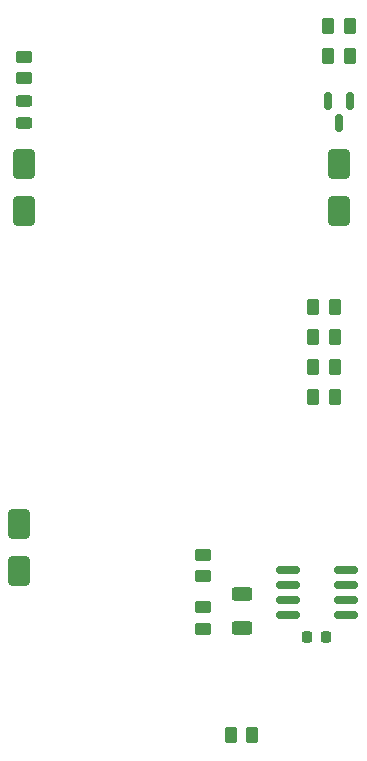
<source format=gbr>
%TF.GenerationSoftware,KiCad,Pcbnew,7.0.1*%
%TF.CreationDate,2024-09-24T21:19:13+02:00*%
%TF.ProjectId,mangiatoia,6d616e67-6961-4746-9f69-612e6b696361,1.0*%
%TF.SameCoordinates,Original*%
%TF.FileFunction,Paste,Top*%
%TF.FilePolarity,Positive*%
%FSLAX46Y46*%
G04 Gerber Fmt 4.6, Leading zero omitted, Abs format (unit mm)*
G04 Created by KiCad (PCBNEW 7.0.1) date 2024-09-24 21:19:13*
%MOMM*%
%LPD*%
G01*
G04 APERTURE LIST*
G04 Aperture macros list*
%AMRoundRect*
0 Rectangle with rounded corners*
0 $1 Rounding radius*
0 $2 $3 $4 $5 $6 $7 $8 $9 X,Y pos of 4 corners*
0 Add a 4 corners polygon primitive as box body*
4,1,4,$2,$3,$4,$5,$6,$7,$8,$9,$2,$3,0*
0 Add four circle primitives for the rounded corners*
1,1,$1+$1,$2,$3*
1,1,$1+$1,$4,$5*
1,1,$1+$1,$6,$7*
1,1,$1+$1,$8,$9*
0 Add four rect primitives between the rounded corners*
20,1,$1+$1,$2,$3,$4,$5,0*
20,1,$1+$1,$4,$5,$6,$7,0*
20,1,$1+$1,$6,$7,$8,$9,0*
20,1,$1+$1,$8,$9,$2,$3,0*%
G04 Aperture macros list end*
%ADD10RoundRect,0.225000X-0.225000X-0.250000X0.225000X-0.250000X0.225000X0.250000X-0.225000X0.250000X0*%
%ADD11RoundRect,0.250000X0.650000X-1.000000X0.650000X1.000000X-0.650000X1.000000X-0.650000X-1.000000X0*%
%ADD12RoundRect,0.243750X-0.456250X0.243750X-0.456250X-0.243750X0.456250X-0.243750X0.456250X0.243750X0*%
%ADD13RoundRect,0.250000X-0.262500X-0.450000X0.262500X-0.450000X0.262500X0.450000X-0.262500X0.450000X0*%
%ADD14RoundRect,0.250000X-0.625000X0.312500X-0.625000X-0.312500X0.625000X-0.312500X0.625000X0.312500X0*%
%ADD15RoundRect,0.250000X-0.450000X0.262500X-0.450000X-0.262500X0.450000X-0.262500X0.450000X0.262500X0*%
%ADD16RoundRect,0.250000X0.262500X0.450000X-0.262500X0.450000X-0.262500X-0.450000X0.262500X-0.450000X0*%
%ADD17RoundRect,0.150000X0.825000X0.150000X-0.825000X0.150000X-0.825000X-0.150000X0.825000X-0.150000X0*%
%ADD18RoundRect,0.150000X-0.150000X0.587500X-0.150000X-0.587500X0.150000X-0.587500X0.150000X0.587500X0*%
G04 APERTURE END LIST*
D10*
%TO.C,C3*%
X108635000Y-111855000D03*
X110185000Y-111855000D03*
%TD*%
D11*
%TO.C,D2*%
X111315000Y-75755000D03*
X111315000Y-71755000D03*
%TD*%
D12*
%TO.C,DL2*%
X84645000Y-66467500D03*
X84645000Y-68342500D03*
%TD*%
D13*
%TO.C,R11*%
X109132500Y-91535000D03*
X110957500Y-91535000D03*
%TD*%
D14*
%TO.C,R1*%
X103125000Y-108168000D03*
X103125000Y-111093000D03*
%TD*%
D15*
%TO.C,R2*%
X99823000Y-104846500D03*
X99823000Y-106671500D03*
%TD*%
D13*
%TO.C,R5*%
X102147500Y-120095000D03*
X103972500Y-120095000D03*
%TD*%
D11*
%TO.C,D3*%
X84645000Y-75755000D03*
X84645000Y-71755000D03*
%TD*%
D16*
%TO.C,R4*%
X112227500Y-60117500D03*
X110402500Y-60117500D03*
%TD*%
%TO.C,R6*%
X112227500Y-62657500D03*
X110402500Y-62657500D03*
%TD*%
D11*
%TO.C,D1*%
X84254000Y-106267000D03*
X84254000Y-102267000D03*
%TD*%
D13*
%TO.C,R10*%
X109132500Y-88995000D03*
X110957500Y-88995000D03*
%TD*%
%TO.C,R7*%
X109132500Y-83915000D03*
X110957500Y-83915000D03*
%TD*%
D17*
%TO.C,U4*%
X111950000Y-109950000D03*
X111950000Y-108680000D03*
X111950000Y-107410000D03*
X111950000Y-106140000D03*
X107000000Y-106140000D03*
X107000000Y-107410000D03*
X107000000Y-108680000D03*
X107000000Y-109950000D03*
%TD*%
D13*
%TO.C,R9*%
X109132500Y-86455000D03*
X110957500Y-86455000D03*
%TD*%
D15*
%TO.C,R8*%
X84645000Y-62682500D03*
X84645000Y-64507500D03*
%TD*%
D18*
%TO.C,Q1*%
X112265000Y-66467500D03*
X110365000Y-66467500D03*
X111315000Y-68342500D03*
%TD*%
D15*
%TO.C,R3*%
X99823000Y-109315000D03*
X99823000Y-111140000D03*
%TD*%
M02*

</source>
